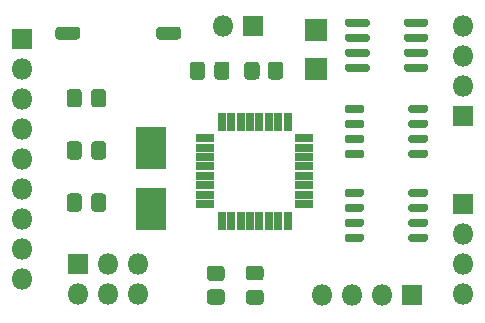
<source format=gts>
%TF.GenerationSoftware,KiCad,Pcbnew,(5.1.6)-1*%
%TF.CreationDate,2021-02-06T14:44:40-06:00*%
%TF.ProjectId,Arduino_Clone,41726475-696e-46f5-9f43-6c6f6e652e6b,V 1.0*%
%TF.SameCoordinates,Original*%
%TF.FileFunction,Soldermask,Top*%
%TF.FilePolarity,Negative*%
%FSLAX46Y46*%
G04 Gerber Fmt 4.6, Leading zero omitted, Abs format (unit mm)*
G04 Created by KiCad (PCBNEW (5.1.6)-1) date 2021-02-06 14:44:40*
%MOMM*%
%LPD*%
G01*
G04 APERTURE LIST*
%ADD10O,1.800000X1.800000*%
%ADD11R,1.800000X1.800000*%
%ADD12R,0.650000X1.600000*%
%ADD13R,1.600000X0.650000*%
%ADD14R,1.900000X1.850000*%
%ADD15R,2.500000X3.600000*%
G04 APERTURE END LIST*
%TO.C,SW1*%
G36*
G01*
X105600800Y-75353000D02*
X104050800Y-75353000D01*
G75*
G02*
X103775800Y-75078000I0J275000D01*
G01*
X103775800Y-74528000D01*
G75*
G02*
X104050800Y-74253000I275000J0D01*
G01*
X105600800Y-74253000D01*
G75*
G02*
X105875800Y-74528000I0J-275000D01*
G01*
X105875800Y-75078000D01*
G75*
G02*
X105600800Y-75353000I-275000J0D01*
G01*
G37*
G36*
G01*
X114138000Y-75353000D02*
X112588000Y-75353000D01*
G75*
G02*
X112313000Y-75078000I0J275000D01*
G01*
X112313000Y-74528000D01*
G75*
G02*
X112588000Y-74253000I275000J0D01*
G01*
X114138000Y-74253000D01*
G75*
G02*
X114413000Y-74528000I0J-275000D01*
G01*
X114413000Y-75078000D01*
G75*
G02*
X114138000Y-75353000I-275000J0D01*
G01*
G37*
%TD*%
D10*
%TO.C,BT1*%
X117983000Y-74168000D03*
D11*
X120523000Y-74168000D03*
%TD*%
%TO.C,C1*%
G36*
G01*
X106804500Y-85229224D02*
X106804500Y-84221776D01*
G75*
G02*
X107075776Y-83950500I271276J0D01*
G01*
X107808224Y-83950500D01*
G75*
G02*
X108079500Y-84221776I0J-271276D01*
G01*
X108079500Y-85229224D01*
G75*
G02*
X107808224Y-85500500I-271276J0D01*
G01*
X107075776Y-85500500D01*
G75*
G02*
X106804500Y-85229224I0J271276D01*
G01*
G37*
G36*
G01*
X104729500Y-85229224D02*
X104729500Y-84221776D01*
G75*
G02*
X105000776Y-83950500I271276J0D01*
G01*
X105733224Y-83950500D01*
G75*
G02*
X106004500Y-84221776I0J-271276D01*
G01*
X106004500Y-85229224D01*
G75*
G02*
X105733224Y-85500500I-271276J0D01*
G01*
X105000776Y-85500500D01*
G75*
G02*
X104729500Y-85229224I0J271276D01*
G01*
G37*
%TD*%
%TO.C,C2*%
G36*
G01*
X104729500Y-89646974D02*
X104729500Y-88639526D01*
G75*
G02*
X105000776Y-88368250I271276J0D01*
G01*
X105733224Y-88368250D01*
G75*
G02*
X106004500Y-88639526I0J-271276D01*
G01*
X106004500Y-89646974D01*
G75*
G02*
X105733224Y-89918250I-271276J0D01*
G01*
X105000776Y-89918250D01*
G75*
G02*
X104729500Y-89646974I0J271276D01*
G01*
G37*
G36*
G01*
X106804500Y-89646974D02*
X106804500Y-88639526D01*
G75*
G02*
X107075776Y-88368250I271276J0D01*
G01*
X107808224Y-88368250D01*
G75*
G02*
X108079500Y-88639526I0J-271276D01*
G01*
X108079500Y-89646974D01*
G75*
G02*
X107808224Y-89918250I-271276J0D01*
G01*
X107075776Y-89918250D01*
G75*
G02*
X106804500Y-89646974I0J271276D01*
G01*
G37*
%TD*%
%TO.C,C3*%
G36*
G01*
X116440000Y-77474276D02*
X116440000Y-78481724D01*
G75*
G02*
X116168724Y-78753000I-271276J0D01*
G01*
X115436276Y-78753000D01*
G75*
G02*
X115165000Y-78481724I0J271276D01*
G01*
X115165000Y-77474276D01*
G75*
G02*
X115436276Y-77203000I271276J0D01*
G01*
X116168724Y-77203000D01*
G75*
G02*
X116440000Y-77474276I0J-271276D01*
G01*
G37*
G36*
G01*
X118515000Y-77474276D02*
X118515000Y-78481724D01*
G75*
G02*
X118243724Y-78753000I-271276J0D01*
G01*
X117511276Y-78753000D01*
G75*
G02*
X117240000Y-78481724I0J271276D01*
G01*
X117240000Y-77474276D01*
G75*
G02*
X117511276Y-77203000I271276J0D01*
G01*
X118243724Y-77203000D01*
G75*
G02*
X118515000Y-77474276I0J-271276D01*
G01*
G37*
%TD*%
%TO.C,C4*%
G36*
G01*
X104729500Y-80811474D02*
X104729500Y-79804026D01*
G75*
G02*
X105000776Y-79532750I271276J0D01*
G01*
X105733224Y-79532750D01*
G75*
G02*
X106004500Y-79804026I0J-271276D01*
G01*
X106004500Y-80811474D01*
G75*
G02*
X105733224Y-81082750I-271276J0D01*
G01*
X105000776Y-81082750D01*
G75*
G02*
X104729500Y-80811474I0J271276D01*
G01*
G37*
G36*
G01*
X106804500Y-80811474D02*
X106804500Y-79804026D01*
G75*
G02*
X107075776Y-79532750I271276J0D01*
G01*
X107808224Y-79532750D01*
G75*
G02*
X108079500Y-79804026I0J-271276D01*
G01*
X108079500Y-80811474D01*
G75*
G02*
X107808224Y-81082750I-271276J0D01*
G01*
X107075776Y-81082750D01*
G75*
G02*
X106804500Y-80811474I0J271276D01*
G01*
G37*
%TD*%
%TO.C,D1*%
G36*
G01*
X120171738Y-94489000D02*
X121128262Y-94489000D01*
G75*
G02*
X121400000Y-94760738I0J-271738D01*
G01*
X121400000Y-95467262D01*
G75*
G02*
X121128262Y-95739000I-271738J0D01*
G01*
X120171738Y-95739000D01*
G75*
G02*
X119900000Y-95467262I0J271738D01*
G01*
X119900000Y-94760738D01*
G75*
G02*
X120171738Y-94489000I271738J0D01*
G01*
G37*
G36*
G01*
X120171738Y-96539000D02*
X121128262Y-96539000D01*
G75*
G02*
X121400000Y-96810738I0J-271738D01*
G01*
X121400000Y-97517262D01*
G75*
G02*
X121128262Y-97789000I-271738J0D01*
G01*
X120171738Y-97789000D01*
G75*
G02*
X119900000Y-97517262I0J271738D01*
G01*
X119900000Y-96810738D01*
G75*
G02*
X120171738Y-96539000I271738J0D01*
G01*
G37*
%TD*%
%TO.C,J1*%
X100965000Y-75311000D03*
D10*
X100965000Y-77851000D03*
X100965000Y-80391000D03*
X100965000Y-82931000D03*
X100965000Y-85471000D03*
X100965000Y-88011000D03*
X100965000Y-90551000D03*
X100965000Y-93091000D03*
X100965000Y-95631000D03*
%TD*%
D11*
%TO.C,J2*%
X138253000Y-81788000D03*
D10*
X138253000Y-79248000D03*
X138253000Y-76708000D03*
X138253000Y-74168000D03*
%TD*%
D11*
%TO.C,J3*%
X105664000Y-94341000D03*
D10*
X105664000Y-96881000D03*
X108204000Y-94341000D03*
X108204000Y-96881000D03*
X110744000Y-94341000D03*
X110744000Y-96881000D03*
%TD*%
%TO.C,J4*%
X138303000Y-96901000D03*
X138303000Y-94361000D03*
X138303000Y-91821000D03*
D11*
X138303000Y-89281000D03*
%TD*%
%TO.C,J5*%
X133985000Y-96931000D03*
D10*
X131445000Y-96931000D03*
X128905000Y-96931000D03*
X126365000Y-96931000D03*
%TD*%
%TO.C,R1*%
G36*
G01*
X116868832Y-94489000D02*
X117827168Y-94489000D01*
G75*
G02*
X118098000Y-94759832I0J-270832D01*
G01*
X118098000Y-95518168D01*
G75*
G02*
X117827168Y-95789000I-270832J0D01*
G01*
X116868832Y-95789000D01*
G75*
G02*
X116598000Y-95518168I0J270832D01*
G01*
X116598000Y-94759832D01*
G75*
G02*
X116868832Y-94489000I270832J0D01*
G01*
G37*
G36*
G01*
X116868832Y-96489000D02*
X117827168Y-96489000D01*
G75*
G02*
X118098000Y-96759832I0J-270832D01*
G01*
X118098000Y-97518168D01*
G75*
G02*
X117827168Y-97789000I-270832J0D01*
G01*
X116868832Y-97789000D01*
G75*
G02*
X116598000Y-97518168I0J270832D01*
G01*
X116598000Y-96759832D01*
G75*
G02*
X116868832Y-96489000I270832J0D01*
G01*
G37*
%TD*%
%TO.C,R2*%
G36*
G01*
X123062000Y-77498832D02*
X123062000Y-78457168D01*
G75*
G02*
X122791168Y-78728000I-270832J0D01*
G01*
X122032832Y-78728000D01*
G75*
G02*
X121762000Y-78457168I0J270832D01*
G01*
X121762000Y-77498832D01*
G75*
G02*
X122032832Y-77228000I270832J0D01*
G01*
X122791168Y-77228000D01*
G75*
G02*
X123062000Y-77498832I0J-270832D01*
G01*
G37*
G36*
G01*
X121062000Y-77498832D02*
X121062000Y-78457168D01*
G75*
G02*
X120791168Y-78728000I-270832J0D01*
G01*
X120032832Y-78728000D01*
G75*
G02*
X119762000Y-78457168I0J270832D01*
G01*
X119762000Y-77498832D01*
G75*
G02*
X120032832Y-77228000I270832J0D01*
G01*
X120791168Y-77228000D01*
G75*
G02*
X121062000Y-77498832I0J-270832D01*
G01*
G37*
%TD*%
%TO.C,U1*%
G36*
G01*
X128443000Y-91771666D02*
X129743000Y-91771666D01*
G75*
G02*
X129918000Y-91946666I0J-175000D01*
G01*
X129918000Y-92296666D01*
G75*
G02*
X129743000Y-92471666I-175000J0D01*
G01*
X128443000Y-92471666D01*
G75*
G02*
X128268000Y-92296666I0J175000D01*
G01*
X128268000Y-91946666D01*
G75*
G02*
X128443000Y-91771666I175000J0D01*
G01*
G37*
G36*
G01*
X128443000Y-90501666D02*
X129743000Y-90501666D01*
G75*
G02*
X129918000Y-90676666I0J-175000D01*
G01*
X129918000Y-91026666D01*
G75*
G02*
X129743000Y-91201666I-175000J0D01*
G01*
X128443000Y-91201666D01*
G75*
G02*
X128268000Y-91026666I0J175000D01*
G01*
X128268000Y-90676666D01*
G75*
G02*
X128443000Y-90501666I175000J0D01*
G01*
G37*
G36*
G01*
X128443000Y-89231666D02*
X129743000Y-89231666D01*
G75*
G02*
X129918000Y-89406666I0J-175000D01*
G01*
X129918000Y-89756666D01*
G75*
G02*
X129743000Y-89931666I-175000J0D01*
G01*
X128443000Y-89931666D01*
G75*
G02*
X128268000Y-89756666I0J175000D01*
G01*
X128268000Y-89406666D01*
G75*
G02*
X128443000Y-89231666I175000J0D01*
G01*
G37*
G36*
G01*
X128443000Y-87961666D02*
X129743000Y-87961666D01*
G75*
G02*
X129918000Y-88136666I0J-175000D01*
G01*
X129918000Y-88486666D01*
G75*
G02*
X129743000Y-88661666I-175000J0D01*
G01*
X128443000Y-88661666D01*
G75*
G02*
X128268000Y-88486666I0J175000D01*
G01*
X128268000Y-88136666D01*
G75*
G02*
X128443000Y-87961666I175000J0D01*
G01*
G37*
G36*
G01*
X133843000Y-87961666D02*
X135143000Y-87961666D01*
G75*
G02*
X135318000Y-88136666I0J-175000D01*
G01*
X135318000Y-88486666D01*
G75*
G02*
X135143000Y-88661666I-175000J0D01*
G01*
X133843000Y-88661666D01*
G75*
G02*
X133668000Y-88486666I0J175000D01*
G01*
X133668000Y-88136666D01*
G75*
G02*
X133843000Y-87961666I175000J0D01*
G01*
G37*
G36*
G01*
X133843000Y-89231666D02*
X135143000Y-89231666D01*
G75*
G02*
X135318000Y-89406666I0J-175000D01*
G01*
X135318000Y-89756666D01*
G75*
G02*
X135143000Y-89931666I-175000J0D01*
G01*
X133843000Y-89931666D01*
G75*
G02*
X133668000Y-89756666I0J175000D01*
G01*
X133668000Y-89406666D01*
G75*
G02*
X133843000Y-89231666I175000J0D01*
G01*
G37*
G36*
G01*
X133843000Y-90501666D02*
X135143000Y-90501666D01*
G75*
G02*
X135318000Y-90676666I0J-175000D01*
G01*
X135318000Y-91026666D01*
G75*
G02*
X135143000Y-91201666I-175000J0D01*
G01*
X133843000Y-91201666D01*
G75*
G02*
X133668000Y-91026666I0J175000D01*
G01*
X133668000Y-90676666D01*
G75*
G02*
X133843000Y-90501666I175000J0D01*
G01*
G37*
G36*
G01*
X133843000Y-91771666D02*
X135143000Y-91771666D01*
G75*
G02*
X135318000Y-91946666I0J-175000D01*
G01*
X135318000Y-92296666D01*
G75*
G02*
X135143000Y-92471666I-175000J0D01*
G01*
X133843000Y-92471666D01*
G75*
G02*
X133668000Y-92296666I0J175000D01*
G01*
X133668000Y-91946666D01*
G75*
G02*
X133843000Y-91771666I175000J0D01*
G01*
G37*
%TD*%
%TO.C,U2*%
G36*
G01*
X133843000Y-84663133D02*
X135143000Y-84663133D01*
G75*
G02*
X135318000Y-84838133I0J-175000D01*
G01*
X135318000Y-85188133D01*
G75*
G02*
X135143000Y-85363133I-175000J0D01*
G01*
X133843000Y-85363133D01*
G75*
G02*
X133668000Y-85188133I0J175000D01*
G01*
X133668000Y-84838133D01*
G75*
G02*
X133843000Y-84663133I175000J0D01*
G01*
G37*
G36*
G01*
X133843000Y-83393133D02*
X135143000Y-83393133D01*
G75*
G02*
X135318000Y-83568133I0J-175000D01*
G01*
X135318000Y-83918133D01*
G75*
G02*
X135143000Y-84093133I-175000J0D01*
G01*
X133843000Y-84093133D01*
G75*
G02*
X133668000Y-83918133I0J175000D01*
G01*
X133668000Y-83568133D01*
G75*
G02*
X133843000Y-83393133I175000J0D01*
G01*
G37*
G36*
G01*
X133843000Y-82123133D02*
X135143000Y-82123133D01*
G75*
G02*
X135318000Y-82298133I0J-175000D01*
G01*
X135318000Y-82648133D01*
G75*
G02*
X135143000Y-82823133I-175000J0D01*
G01*
X133843000Y-82823133D01*
G75*
G02*
X133668000Y-82648133I0J175000D01*
G01*
X133668000Y-82298133D01*
G75*
G02*
X133843000Y-82123133I175000J0D01*
G01*
G37*
G36*
G01*
X133843000Y-80853133D02*
X135143000Y-80853133D01*
G75*
G02*
X135318000Y-81028133I0J-175000D01*
G01*
X135318000Y-81378133D01*
G75*
G02*
X135143000Y-81553133I-175000J0D01*
G01*
X133843000Y-81553133D01*
G75*
G02*
X133668000Y-81378133I0J175000D01*
G01*
X133668000Y-81028133D01*
G75*
G02*
X133843000Y-80853133I175000J0D01*
G01*
G37*
G36*
G01*
X128443000Y-80853133D02*
X129743000Y-80853133D01*
G75*
G02*
X129918000Y-81028133I0J-175000D01*
G01*
X129918000Y-81378133D01*
G75*
G02*
X129743000Y-81553133I-175000J0D01*
G01*
X128443000Y-81553133D01*
G75*
G02*
X128268000Y-81378133I0J175000D01*
G01*
X128268000Y-81028133D01*
G75*
G02*
X128443000Y-80853133I175000J0D01*
G01*
G37*
G36*
G01*
X128443000Y-82123133D02*
X129743000Y-82123133D01*
G75*
G02*
X129918000Y-82298133I0J-175000D01*
G01*
X129918000Y-82648133D01*
G75*
G02*
X129743000Y-82823133I-175000J0D01*
G01*
X128443000Y-82823133D01*
G75*
G02*
X128268000Y-82648133I0J175000D01*
G01*
X128268000Y-82298133D01*
G75*
G02*
X128443000Y-82123133I175000J0D01*
G01*
G37*
G36*
G01*
X128443000Y-83393133D02*
X129743000Y-83393133D01*
G75*
G02*
X129918000Y-83568133I0J-175000D01*
G01*
X129918000Y-83918133D01*
G75*
G02*
X129743000Y-84093133I-175000J0D01*
G01*
X128443000Y-84093133D01*
G75*
G02*
X128268000Y-83918133I0J175000D01*
G01*
X128268000Y-83568133D01*
G75*
G02*
X128443000Y-83393133I175000J0D01*
G01*
G37*
G36*
G01*
X128443000Y-84663133D02*
X129743000Y-84663133D01*
G75*
G02*
X129918000Y-84838133I0J-175000D01*
G01*
X129918000Y-85188133D01*
G75*
G02*
X129743000Y-85363133I-175000J0D01*
G01*
X128443000Y-85363133D01*
G75*
G02*
X128268000Y-85188133I0J175000D01*
G01*
X128268000Y-84838133D01*
G75*
G02*
X128443000Y-84663133I175000J0D01*
G01*
G37*
%TD*%
%TO.C,U3*%
G36*
G01*
X135326000Y-77549000D02*
X135326000Y-77899000D01*
G75*
G02*
X135151000Y-78074000I-175000J0D01*
G01*
X133451000Y-78074000D01*
G75*
G02*
X133276000Y-77899000I0J175000D01*
G01*
X133276000Y-77549000D01*
G75*
G02*
X133451000Y-77374000I175000J0D01*
G01*
X135151000Y-77374000D01*
G75*
G02*
X135326000Y-77549000I0J-175000D01*
G01*
G37*
G36*
G01*
X135326000Y-76279000D02*
X135326000Y-76629000D01*
G75*
G02*
X135151000Y-76804000I-175000J0D01*
G01*
X133451000Y-76804000D01*
G75*
G02*
X133276000Y-76629000I0J175000D01*
G01*
X133276000Y-76279000D01*
G75*
G02*
X133451000Y-76104000I175000J0D01*
G01*
X135151000Y-76104000D01*
G75*
G02*
X135326000Y-76279000I0J-175000D01*
G01*
G37*
G36*
G01*
X135326000Y-75009000D02*
X135326000Y-75359000D01*
G75*
G02*
X135151000Y-75534000I-175000J0D01*
G01*
X133451000Y-75534000D01*
G75*
G02*
X133276000Y-75359000I0J175000D01*
G01*
X133276000Y-75009000D01*
G75*
G02*
X133451000Y-74834000I175000J0D01*
G01*
X135151000Y-74834000D01*
G75*
G02*
X135326000Y-75009000I0J-175000D01*
G01*
G37*
G36*
G01*
X135326000Y-73739000D02*
X135326000Y-74089000D01*
G75*
G02*
X135151000Y-74264000I-175000J0D01*
G01*
X133451000Y-74264000D01*
G75*
G02*
X133276000Y-74089000I0J175000D01*
G01*
X133276000Y-73739000D01*
G75*
G02*
X133451000Y-73564000I175000J0D01*
G01*
X135151000Y-73564000D01*
G75*
G02*
X135326000Y-73739000I0J-175000D01*
G01*
G37*
G36*
G01*
X130376000Y-73739000D02*
X130376000Y-74089000D01*
G75*
G02*
X130201000Y-74264000I-175000J0D01*
G01*
X128501000Y-74264000D01*
G75*
G02*
X128326000Y-74089000I0J175000D01*
G01*
X128326000Y-73739000D01*
G75*
G02*
X128501000Y-73564000I175000J0D01*
G01*
X130201000Y-73564000D01*
G75*
G02*
X130376000Y-73739000I0J-175000D01*
G01*
G37*
G36*
G01*
X130376000Y-75009000D02*
X130376000Y-75359000D01*
G75*
G02*
X130201000Y-75534000I-175000J0D01*
G01*
X128501000Y-75534000D01*
G75*
G02*
X128326000Y-75359000I0J175000D01*
G01*
X128326000Y-75009000D01*
G75*
G02*
X128501000Y-74834000I175000J0D01*
G01*
X130201000Y-74834000D01*
G75*
G02*
X130376000Y-75009000I0J-175000D01*
G01*
G37*
G36*
G01*
X130376000Y-76279000D02*
X130376000Y-76629000D01*
G75*
G02*
X130201000Y-76804000I-175000J0D01*
G01*
X128501000Y-76804000D01*
G75*
G02*
X128326000Y-76629000I0J175000D01*
G01*
X128326000Y-76279000D01*
G75*
G02*
X128501000Y-76104000I175000J0D01*
G01*
X130201000Y-76104000D01*
G75*
G02*
X130376000Y-76279000I0J-175000D01*
G01*
G37*
G36*
G01*
X130376000Y-77549000D02*
X130376000Y-77899000D01*
G75*
G02*
X130201000Y-78074000I-175000J0D01*
G01*
X128501000Y-78074000D01*
G75*
G02*
X128326000Y-77899000I0J175000D01*
G01*
X128326000Y-77549000D01*
G75*
G02*
X128501000Y-77374000I175000J0D01*
G01*
X130201000Y-77374000D01*
G75*
G02*
X130376000Y-77549000I0J-175000D01*
G01*
G37*
%TD*%
D12*
%TO.C,U4*%
X117850000Y-90687000D03*
D13*
X116450000Y-83687000D03*
X116450000Y-84487000D03*
X116450000Y-85287000D03*
X116450000Y-86087000D03*
X116450000Y-86887000D03*
X116450000Y-87687000D03*
X116450000Y-88487000D03*
X116450000Y-89287000D03*
D12*
X118650000Y-90687000D03*
X119450000Y-90687000D03*
X120250000Y-90687000D03*
X121050000Y-90687000D03*
X121850000Y-90687000D03*
X122650000Y-90687000D03*
X123450000Y-90687000D03*
D13*
X124850000Y-89287000D03*
X124850000Y-88487000D03*
X124850000Y-87687000D03*
X124850000Y-86887000D03*
X124850000Y-86087000D03*
X124850000Y-85287000D03*
X124850000Y-84487000D03*
X124850000Y-83687000D03*
D12*
X123450000Y-82287000D03*
X122650000Y-82287000D03*
X121850000Y-82287000D03*
X121050000Y-82287000D03*
X120250000Y-82287000D03*
X119450000Y-82287000D03*
X118650000Y-82287000D03*
X117850000Y-82287000D03*
%TD*%
D14*
%TO.C,Y1*%
X125857000Y-74575000D03*
X125857000Y-77825000D03*
%TD*%
D15*
%TO.C,Y2*%
X111887000Y-84522000D03*
X111887000Y-89722000D03*
%TD*%
M02*

</source>
